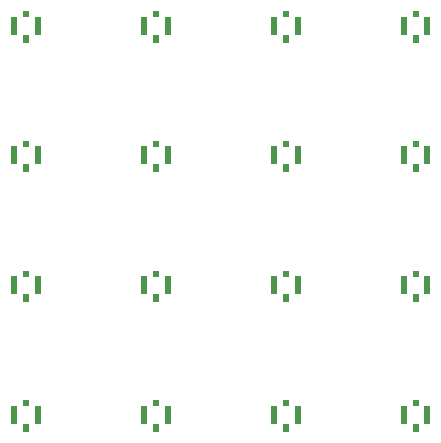
<source format=gbr>
G04 EAGLE Gerber RS-274X export*
G75*
%MOMM*%
%FSLAX34Y34*%
%LPD*%
%INSolderpaste Top*%
%IPPOS*%
%AMOC8*
5,1,8,0,0,1.08239X$1,22.5*%
G01*
%ADD10R,0.500000X0.700000*%
%ADD11R,0.600000X1.500000*%
%ADD12R,0.500000X0.600000*%


D10*
X25500Y15000D03*
D11*
X15500Y26000D03*
D12*
X25500Y36000D03*
D11*
X35500Y26000D03*
D10*
X135500Y15000D03*
D11*
X125500Y26000D03*
D12*
X135500Y36000D03*
D11*
X145500Y26000D03*
D10*
X245500Y15000D03*
D11*
X235500Y26000D03*
D12*
X245500Y36000D03*
D11*
X255500Y26000D03*
D10*
X355500Y15000D03*
D11*
X345500Y26000D03*
D12*
X355500Y36000D03*
D11*
X365500Y26000D03*
D10*
X25500Y125000D03*
D11*
X15500Y136000D03*
D12*
X25500Y146000D03*
D11*
X35500Y136000D03*
D10*
X135500Y125000D03*
D11*
X125500Y136000D03*
D12*
X135500Y146000D03*
D11*
X145500Y136000D03*
D10*
X245500Y125000D03*
D11*
X235500Y136000D03*
D12*
X245500Y146000D03*
D11*
X255500Y136000D03*
D10*
X355500Y125000D03*
D11*
X345500Y136000D03*
D12*
X355500Y146000D03*
D11*
X365500Y136000D03*
D10*
X25500Y235000D03*
D11*
X15500Y246000D03*
D12*
X25500Y256000D03*
D11*
X35500Y246000D03*
D10*
X135500Y235000D03*
D11*
X125500Y246000D03*
D12*
X135500Y256000D03*
D11*
X145500Y246000D03*
D10*
X245500Y235000D03*
D11*
X235500Y246000D03*
D12*
X245500Y256000D03*
D11*
X255500Y246000D03*
D10*
X355500Y235000D03*
D11*
X345500Y246000D03*
D12*
X355500Y256000D03*
D11*
X365500Y246000D03*
D10*
X25500Y345000D03*
D11*
X15500Y356000D03*
D12*
X25500Y366000D03*
D11*
X35500Y356000D03*
D10*
X135500Y345000D03*
D11*
X125500Y356000D03*
D12*
X135500Y366000D03*
D11*
X145500Y356000D03*
D10*
X245500Y345000D03*
D11*
X235500Y356000D03*
D12*
X245500Y366000D03*
D11*
X255500Y356000D03*
D10*
X355500Y345000D03*
D11*
X345500Y356000D03*
D12*
X355500Y366000D03*
D11*
X365500Y356000D03*
M02*

</source>
